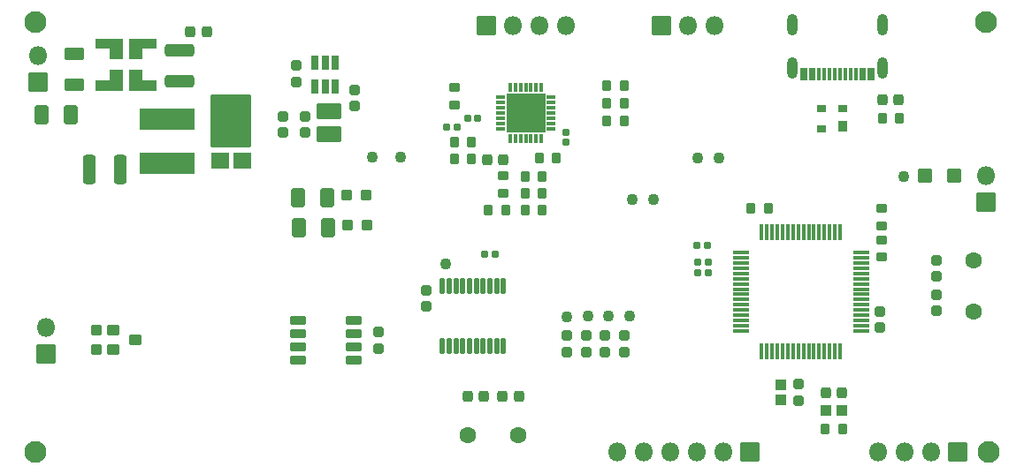
<source format=gts>
G04 #@! TF.GenerationSoftware,KiCad,Pcbnew,7.0.7*
G04 #@! TF.CreationDate,2023-12-18T21:05:11-05:00*
G04 #@! TF.ProjectId,motor_board_pcb,6d6f746f-725f-4626-9f61-72645f706362,rev?*
G04 #@! TF.SameCoordinates,Original*
G04 #@! TF.FileFunction,Soldermask,Top*
G04 #@! TF.FilePolarity,Negative*
%FSLAX46Y46*%
G04 Gerber Fmt 4.6, Leading zero omitted, Abs format (unit mm)*
G04 Created by KiCad (PCBNEW 7.0.7) date 2023-12-18 21:05:11*
%MOMM*%
%LPD*%
G01*
G04 APERTURE LIST*
G04 Aperture macros list*
%AMRoundRect*
0 Rectangle with rounded corners*
0 $1 Rounding radius*
0 $2 $3 $4 $5 $6 $7 $8 $9 X,Y pos of 4 corners*
0 Add a 4 corners polygon primitive as box body*
4,1,4,$2,$3,$4,$5,$6,$7,$8,$9,$2,$3,0*
0 Add four circle primitives for the rounded corners*
1,1,$1+$1,$2,$3*
1,1,$1+$1,$4,$5*
1,1,$1+$1,$6,$7*
1,1,$1+$1,$8,$9*
0 Add four rect primitives between the rounded corners*
20,1,$1+$1,$2,$3,$4,$5,0*
20,1,$1+$1,$4,$5,$6,$7,0*
20,1,$1+$1,$6,$7,$8,$9,0*
20,1,$1+$1,$8,$9,$2,$3,0*%
%AMFreePoly0*
4,1,37,1.915180,1.368803,1.915215,1.368788,1.962648,1.327266,1.968788,1.315215,1.968803,1.315180,1.977050,1.275000,1.977050,0.575000,1.968803,0.534820,1.968788,0.534785,1.927266,0.487352,1.915215,0.481212,1.915180,0.481197,1.875000,0.472950,0.677050,0.472950,0.677050,-0.425000,0.668803,-0.465180,0.668788,-0.465215,0.627266,-0.512648,0.615215,-0.518788,0.615180,-0.518803,
0.575000,-0.527050,-0.425000,-0.527050,-0.465180,-0.518803,-0.465215,-0.518788,-0.512648,-0.477266,-0.518788,-0.465215,-0.518803,-0.465180,-0.527050,-0.425000,-0.527050,1.275000,-0.518803,1.315180,-0.518788,1.315215,-0.477266,1.362648,-0.465215,1.368788,-0.465180,1.368803,-0.425000,1.377050,1.875000,1.377050,1.915180,1.368803,1.915180,1.368803,$1*%
%AMFreePoly1*
4,1,37,0.465180,1.368803,0.465215,1.368788,0.512648,1.327266,0.518788,1.315215,0.518803,1.315180,0.527050,1.275000,0.527050,-0.425000,0.518803,-0.465180,0.518788,-0.465215,0.477266,-0.512648,0.465215,-0.518788,0.465180,-0.518803,0.425000,-0.527050,-0.575000,-0.527050,-0.615180,-0.518803,-0.615215,-0.518788,-0.662648,-0.477266,-0.668788,-0.465215,-0.668803,-0.465180,-0.677050,-0.425000,
-0.677050,0.472950,-1.875000,0.472950,-1.915180,0.481197,-1.915215,0.481212,-1.962648,0.522734,-1.968788,0.534785,-1.968803,0.534820,-1.977050,0.575000,-1.977050,1.275000,-1.968803,1.315180,-1.968788,1.315215,-1.927266,1.362648,-1.915215,1.368788,-1.915180,1.368803,-1.875000,1.377050,0.425000,1.377050,0.465180,1.368803,0.465180,1.368803,$1*%
%AMFreePoly2*
4,1,37,0.465180,0.518803,0.465215,0.518788,0.512648,0.477266,0.518788,0.465215,0.518803,0.465180,0.527050,0.425000,0.527050,-1.275000,0.518803,-1.315180,0.518788,-1.315215,0.477266,-1.362648,0.465215,-1.368788,0.465180,-1.368803,0.425000,-1.377050,-1.875000,-1.377050,-1.915180,-1.368803,-1.915215,-1.368788,-1.962648,-1.327266,-1.968788,-1.315215,-1.968803,-1.315180,-1.977050,-1.275000,
-1.977050,-0.575000,-1.968803,-0.534820,-1.968788,-0.534785,-1.927266,-0.487352,-1.915215,-0.481212,-1.915180,-0.481197,-1.875000,-0.472950,-0.677050,-0.472950,-0.677050,0.425000,-0.668803,0.465180,-0.668788,0.465215,-0.627266,0.512648,-0.615215,0.518788,-0.615180,0.518803,-0.575000,0.527050,0.425000,0.527050,0.465180,0.518803,0.465180,0.518803,$1*%
%AMFreePoly3*
4,1,37,0.615180,0.518803,0.615215,0.518788,0.662648,0.477266,0.668788,0.465215,0.668803,0.465180,0.677050,0.425000,0.677050,-0.472950,1.875000,-0.472950,1.915180,-0.481197,1.915215,-0.481212,1.962648,-0.522734,1.968788,-0.534785,1.968803,-0.534820,1.977050,-0.575000,1.977050,-1.275000,1.968803,-1.315180,1.968788,-1.315215,1.927266,-1.362648,1.915215,-1.368788,1.915180,-1.368803,
1.875000,-1.377050,-0.425000,-1.377050,-0.465180,-1.368803,-0.465215,-1.368788,-0.512648,-1.327266,-0.518788,-1.315215,-0.518803,-1.315180,-0.527050,-1.275000,-0.527050,0.425000,-0.518803,0.465180,-0.518788,0.465215,-0.477266,0.512648,-0.465215,0.518788,-0.465180,0.518803,-0.425000,0.527050,0.575000,0.527050,0.615180,0.518803,0.615180,0.518803,$1*%
G04 Aperture macros list end*
%ADD10C,0.000100*%
%ADD11RoundRect,0.250000X0.200000X0.275000X-0.200000X0.275000X-0.200000X-0.275000X0.200000X-0.275000X0*%
%ADD12RoundRect,0.275000X-0.225000X-0.250000X0.225000X-0.250000X0.225000X0.250000X-0.225000X0.250000X0*%
%ADD13RoundRect,0.050000X0.850000X0.850000X-0.850000X0.850000X-0.850000X-0.850000X0.850000X-0.850000X0*%
%ADD14O,1.800000X1.800000*%
%ADD15RoundRect,0.250000X-0.200000X-0.275000X0.200000X-0.275000X0.200000X0.275000X-0.200000X0.275000X0*%
%ADD16RoundRect,0.268750X0.256250X-0.218750X0.256250X0.218750X-0.256250X0.218750X-0.256250X-0.218750X0*%
%ADD17C,1.100000*%
%ADD18RoundRect,0.287500X0.250000X0.237500X-0.250000X0.237500X-0.250000X-0.237500X0.250000X-0.237500X0*%
%ADD19C,1.600000*%
%ADD20RoundRect,0.050000X-0.482600X-0.469900X0.482600X-0.469900X0.482600X0.469900X-0.482600X0.469900X0*%
%ADD21RoundRect,0.150000X0.100000X-0.637500X0.100000X0.637500X-0.100000X0.637500X-0.100000X-0.637500X0*%
%ADD22RoundRect,0.275000X0.250000X-0.225000X0.250000X0.225000X-0.250000X0.225000X-0.250000X-0.225000X0*%
%ADD23C,2.100000*%
%ADD24RoundRect,0.185000X-0.135000X-0.185000X0.135000X-0.185000X0.135000X0.185000X-0.135000X0.185000X0*%
%ADD25RoundRect,0.287500X-0.237500X0.250000X-0.237500X-0.250000X0.237500X-0.250000X0.237500X0.250000X0*%
%ADD26RoundRect,0.275000X-0.250000X0.225000X-0.250000X-0.225000X0.250000X-0.225000X0.250000X0.225000X0*%
%ADD27RoundRect,0.058100X-0.396900X-0.126900X0.396900X-0.126900X0.396900X0.126900X-0.396900X0.126900X0*%
%ADD28RoundRect,0.077000X-0.108000X-0.378000X0.108000X-0.378000X0.108000X0.378000X-0.108000X0.378000X0*%
%ADD29RoundRect,0.050000X-1.850000X-1.850000X1.850000X-1.850000X1.850000X1.850000X-1.850000X1.850000X0*%
%ADD30RoundRect,0.190000X0.140000X0.170000X-0.140000X0.170000X-0.140000X-0.170000X0.140000X-0.170000X0*%
%ADD31RoundRect,0.102000X-0.450000X0.400000X-0.450000X-0.400000X0.450000X-0.400000X0.450000X0.400000X0*%
%ADD32RoundRect,0.050000X-0.850000X0.850000X-0.850000X-0.850000X0.850000X-0.850000X0.850000X0.850000X0*%
%ADD33RoundRect,0.102000X0.650000X-0.300000X0.650000X0.300000X-0.650000X0.300000X-0.650000X-0.300000X0*%
%ADD34RoundRect,0.050000X0.350000X0.500000X-0.350000X0.500000X-0.350000X-0.500000X0.350000X-0.500000X0*%
%ADD35RoundRect,0.050000X0.350000X0.300000X-0.350000X0.300000X-0.350000X-0.300000X0.350000X-0.300000X0*%
%ADD36RoundRect,0.300000X-0.375000X-0.625000X0.375000X-0.625000X0.375000X0.625000X-0.375000X0.625000X0*%
%ADD37RoundRect,0.250000X0.275000X-0.200000X0.275000X0.200000X-0.275000X0.200000X-0.275000X-0.200000X0*%
%ADD38RoundRect,0.300000X-0.325000X-1.100000X0.325000X-1.100000X0.325000X1.100000X-0.325000X1.100000X0*%
%ADD39RoundRect,0.050000X0.600000X0.600000X-0.600000X0.600000X-0.600000X-0.600000X0.600000X-0.600000X0*%
%ADD40RoundRect,0.190000X-0.170000X0.140000X-0.170000X-0.140000X0.170000X-0.140000X0.170000X0.140000X0*%
%ADD41FreePoly0,180.000000*%
%ADD42FreePoly1,180.000000*%
%ADD43FreePoly2,180.000000*%
%ADD44FreePoly3,180.000000*%
%ADD45RoundRect,0.185000X0.135000X0.185000X-0.135000X0.185000X-0.135000X-0.185000X0.135000X-0.185000X0*%
%ADD46RoundRect,0.275000X0.225000X0.250000X-0.225000X0.250000X-0.225000X-0.250000X0.225000X-0.250000X0*%
%ADD47RoundRect,0.102000X-2.550000X0.950000X-2.550000X-0.950000X2.550000X-0.950000X2.550000X0.950000X0*%
%ADD48RoundRect,0.050000X0.150000X0.570000X-0.150000X0.570000X-0.150000X-0.570000X0.150000X-0.570000X0*%
%ADD49O,1.000000X2.100000*%
%ADD50RoundRect,0.300000X-0.650000X0.325000X-0.650000X-0.325000X0.650000X-0.325000X0.650000X0.325000X0*%
%ADD51RoundRect,0.050000X-0.698500X0.139700X-0.698500X-0.139700X0.698500X-0.139700X0.698500X0.139700X0*%
%ADD52RoundRect,0.050000X0.139700X0.698500X-0.139700X0.698500X-0.139700X-0.698500X0.139700X-0.698500X0*%
%ADD53RoundRect,0.250000X-0.275000X0.200000X-0.275000X-0.200000X0.275000X-0.200000X0.275000X0.200000X0*%
%ADD54RoundRect,0.268750X-0.218750X-0.256250X0.218750X-0.256250X0.218750X0.256250X-0.218750X0.256250X0*%
%ADD55RoundRect,0.200000X-0.150000X0.512500X-0.150000X-0.512500X0.150000X-0.512500X0.150000X0.512500X0*%
%ADD56RoundRect,0.300000X-1.100000X0.325000X-1.100000X-0.325000X1.100000X-0.325000X1.100000X0.325000X0*%
%ADD57RoundRect,0.102000X-1.110000X0.620000X-1.110000X-0.620000X1.110000X-0.620000X1.110000X0.620000X0*%
%ADD58RoundRect,0.050000X-0.800000X0.720000X-0.800000X-0.720000X0.800000X-0.720000X0.800000X0.720000X0*%
%ADD59RoundRect,0.050000X-1.900000X2.480000X-1.900000X-2.480000X1.900000X-2.480000X1.900000X2.480000X0*%
%ADD60RoundRect,0.050000X-0.469900X0.482600X-0.469900X-0.482600X0.469900X-0.482600X0.469900X0.482600X0*%
%ADD61RoundRect,0.050000X0.850000X-0.850000X0.850000X0.850000X-0.850000X0.850000X-0.850000X-0.850000X0*%
G04 APERTURE END LIST*
D10*
X104427740Y-65376236D02*
X105727740Y-65376236D01*
X105727740Y-66276236D01*
X103227740Y-66276236D01*
X103227740Y-64376236D01*
X104427740Y-64376236D01*
X104427740Y-65376236D01*
G36*
X104427740Y-65376236D02*
G01*
X105727740Y-65376236D01*
X105727740Y-66276236D01*
X103227740Y-66276236D01*
X103227740Y-64376236D01*
X104427740Y-64376236D01*
X104427740Y-65376236D01*
G37*
X105727740Y-62276236D02*
X104427740Y-62276236D01*
X104427740Y-63276236D01*
X103227740Y-63276236D01*
X103227740Y-61376236D01*
X105727740Y-61376236D01*
X105727740Y-62276236D01*
G36*
X105727740Y-62276236D02*
G01*
X104427740Y-62276236D01*
X104427740Y-63276236D01*
X103227740Y-63276236D01*
X103227740Y-61376236D01*
X105727740Y-61376236D01*
X105727740Y-62276236D01*
G37*
X102527740Y-66276236D02*
X100027740Y-66276236D01*
X100027740Y-65376236D01*
X101327740Y-65376236D01*
X101327740Y-64376236D01*
X102527740Y-64376236D01*
X102527740Y-66276236D01*
G36*
X102527740Y-66276236D02*
G01*
X100027740Y-66276236D01*
X100027740Y-65376236D01*
X101327740Y-65376236D01*
X101327740Y-64376236D01*
X102527740Y-64376236D01*
X102527740Y-66276236D01*
G37*
X102527740Y-63276236D02*
X101327740Y-63276236D01*
X101327740Y-62276236D01*
X100027740Y-62276236D01*
X100027740Y-61376236D01*
X102527740Y-61376236D01*
X102527740Y-63276236D01*
G36*
X102527740Y-63276236D02*
G01*
X101327740Y-63276236D01*
X101327740Y-62276236D01*
X100027740Y-62276236D01*
X100027740Y-61376236D01*
X102527740Y-61376236D01*
X102527740Y-63276236D01*
G37*
D11*
X150625000Y-65900000D03*
X148975000Y-65900000D03*
D12*
X137525000Y-72953752D03*
X139075000Y-72953752D03*
D13*
X185290000Y-77075000D03*
D14*
X185290000Y-74535000D03*
D15*
X141125000Y-74600000D03*
X142775000Y-74600000D03*
D16*
X148800000Y-91456570D03*
X148800000Y-89881570D03*
D17*
X151150000Y-88000000D03*
D18*
X126002520Y-79272598D03*
X124177520Y-79272598D03*
D19*
X140500000Y-99400000D03*
X135620000Y-99400000D03*
D17*
X177430000Y-74560000D03*
D20*
X169957600Y-97079811D03*
X171456200Y-97079811D03*
D17*
X126500000Y-72750000D03*
D21*
X133225000Y-90862500D03*
X133875000Y-90862500D03*
X134525000Y-90862500D03*
X135175000Y-90862500D03*
X135825000Y-90862500D03*
X136475000Y-90862500D03*
X137125000Y-90862500D03*
X137775000Y-90862500D03*
X138425000Y-90862500D03*
X139075000Y-90862500D03*
X139075000Y-85137500D03*
X138425000Y-85137500D03*
X137775000Y-85137500D03*
X137125000Y-85137500D03*
X136475000Y-85137500D03*
X135825000Y-85137500D03*
X135175000Y-85137500D03*
X134525000Y-85137500D03*
X133875000Y-85137500D03*
X133225000Y-85137500D03*
D22*
X175100000Y-89075000D03*
X175100000Y-87525000D03*
D23*
X94250000Y-101000000D03*
D24*
X157640000Y-82800000D03*
X158660000Y-82800000D03*
D25*
X100100000Y-89347500D03*
X100100000Y-91172500D03*
D26*
X131638400Y-85487500D03*
X131638400Y-87037500D03*
D12*
X138993986Y-95700000D03*
X140543986Y-95700000D03*
D15*
X175320924Y-68980000D03*
X176970924Y-68980000D03*
D26*
X180535184Y-85951482D03*
X180535184Y-87501482D03*
D22*
X119215494Y-65505000D03*
X119215494Y-63955000D03*
D15*
X162781900Y-77679811D03*
X164431900Y-77679811D03*
D27*
X138750000Y-67000000D03*
X138750000Y-67500000D03*
X138750000Y-68000000D03*
X138750000Y-68500000D03*
X138750000Y-69000000D03*
X138750000Y-69500000D03*
X138750000Y-70000000D03*
D28*
X139700000Y-70950000D03*
X140200000Y-70950000D03*
X140700000Y-70950000D03*
X141200000Y-70950000D03*
X141700000Y-70950000D03*
X142200000Y-70950000D03*
X142700000Y-70950000D03*
D27*
X143650000Y-70000000D03*
X143650000Y-69500000D03*
X143650000Y-69000000D03*
X143650000Y-68500000D03*
X143650000Y-68000000D03*
X143650000Y-67500000D03*
X143650000Y-67000000D03*
D28*
X142700000Y-66050000D03*
X142200000Y-66050000D03*
X141700000Y-66050000D03*
X141200000Y-66050000D03*
X140700000Y-66050000D03*
X140200000Y-66050000D03*
X139700000Y-66050000D03*
D29*
X141200000Y-68500000D03*
D15*
X148975000Y-67600000D03*
X150625000Y-67600000D03*
D17*
X133550000Y-83000000D03*
D13*
X94500000Y-65525000D03*
D14*
X94500000Y-62985000D03*
D30*
X134600000Y-69900000D03*
X133640000Y-69900000D03*
D22*
X167300000Y-96075000D03*
X167300000Y-94525000D03*
D31*
X101730000Y-89320000D03*
X101730000Y-91220000D03*
X103830000Y-90270000D03*
D32*
X182550000Y-101000000D03*
D14*
X180010000Y-101000000D03*
X177470000Y-101000000D03*
X174930000Y-101000000D03*
D16*
X150600000Y-91425067D03*
X150600000Y-89850067D03*
D15*
X134353723Y-71288741D03*
X136003723Y-71288741D03*
D26*
X117984107Y-68807096D03*
X117984107Y-70357096D03*
D33*
X124700000Y-92205000D03*
X124700000Y-90935000D03*
X124700000Y-89665000D03*
X124700000Y-88395000D03*
X119400000Y-88395000D03*
X119400000Y-89665000D03*
X119400000Y-90935000D03*
X119400000Y-92205000D03*
D34*
X171550000Y-69800000D03*
D35*
X171550000Y-68100000D03*
X169550000Y-68100000D03*
X169550000Y-70000000D03*
D36*
X119500000Y-79550000D03*
X122300000Y-79550000D03*
D23*
X185500000Y-101000000D03*
D17*
X157660000Y-72800000D03*
D16*
X147000000Y-91456284D03*
X147000000Y-89881284D03*
D23*
X185250000Y-59750000D03*
D37*
X134400000Y-67725000D03*
X134400000Y-66075000D03*
D38*
X99441833Y-73930000D03*
X102391833Y-73930000D03*
D23*
X94250000Y-59750000D03*
D11*
X142775000Y-76210000D03*
X141125000Y-76210000D03*
D17*
X151400000Y-76800000D03*
D39*
X182190000Y-74500000D03*
X179390000Y-74500000D03*
D19*
X184100000Y-82650000D03*
X184100000Y-87530000D03*
D40*
X145028656Y-70370000D03*
X145028656Y-71330000D03*
D24*
X157590000Y-81200000D03*
X158610000Y-81200000D03*
D11*
X139275000Y-77850000D03*
X137625000Y-77850000D03*
D15*
X169881900Y-98829811D03*
X171531900Y-98829811D03*
D24*
X157640000Y-83870000D03*
X158660000Y-83870000D03*
D41*
X102002740Y-64901236D03*
D42*
X103752740Y-64901236D03*
D43*
X103752740Y-62751236D03*
D44*
X102002740Y-62751236D03*
D36*
X119402584Y-76659891D03*
X122202584Y-76659891D03*
D17*
X147150000Y-88000000D03*
D18*
X125909769Y-76382488D03*
X124084769Y-76382488D03*
D15*
X148975000Y-69300000D03*
X150625000Y-69300000D03*
D45*
X138250000Y-82050000D03*
X137230000Y-82050000D03*
D46*
X171481900Y-95329811D03*
X169931900Y-95329811D03*
D17*
X145150000Y-88050000D03*
D47*
X106866833Y-69111397D03*
X106866833Y-73311397D03*
D48*
X174390000Y-64770000D03*
X173590000Y-64770000D03*
X172290000Y-64770000D03*
X171290000Y-64770000D03*
X170790000Y-64770000D03*
X169790000Y-64770000D03*
X168490000Y-64770000D03*
X167690000Y-64770000D03*
X167990000Y-64770000D03*
X168790000Y-64770000D03*
X169290000Y-64770000D03*
X170290000Y-64770000D03*
X171790000Y-64770000D03*
X172790000Y-64770000D03*
X173290000Y-64770000D03*
X174090000Y-64770000D03*
D49*
X175365000Y-64180000D03*
X166715000Y-64180000D03*
X175365000Y-60000000D03*
X166715000Y-60000000D03*
D17*
X159670000Y-72790000D03*
D37*
X139050000Y-76175000D03*
X139050000Y-74525000D03*
D11*
X142775000Y-77850000D03*
X141125000Y-77850000D03*
D16*
X145175108Y-91434821D03*
X145175108Y-89859821D03*
D50*
X97957242Y-62848586D03*
X97957242Y-65798586D03*
D46*
X137200000Y-95700000D03*
X135650000Y-95700000D03*
D17*
X153400000Y-76800000D03*
D51*
X173300000Y-89400756D03*
X173300000Y-88900630D03*
X173300000Y-88400504D03*
X173300000Y-87900378D03*
X173300000Y-87400252D03*
X173300000Y-86900126D03*
X173300000Y-86400000D03*
X173300000Y-85899874D03*
X173300000Y-85399748D03*
X173300000Y-84899622D03*
X173300000Y-84399496D03*
X173300000Y-83899370D03*
X173300000Y-83399244D03*
X173300000Y-82899118D03*
X173300000Y-82398992D03*
X173300000Y-81898866D03*
D52*
X171297845Y-79896711D03*
X170797719Y-79896711D03*
X170297593Y-79896711D03*
X169797467Y-79896711D03*
X169297341Y-79896711D03*
X168797215Y-79896711D03*
X168297089Y-79896711D03*
X167796963Y-79896711D03*
X167296837Y-79896711D03*
X166796711Y-79896711D03*
X166296585Y-79896711D03*
X165796459Y-79896711D03*
X165296333Y-79896711D03*
X164796207Y-79896711D03*
X164296081Y-79896711D03*
X163795955Y-79896711D03*
D51*
X161793800Y-81898866D03*
X161793800Y-82398992D03*
X161793800Y-82899118D03*
X161793800Y-83399244D03*
X161793800Y-83899370D03*
X161793800Y-84399496D03*
X161793800Y-84899622D03*
X161793800Y-85399748D03*
X161793800Y-85899874D03*
X161793800Y-86400000D03*
X161793800Y-86900126D03*
X161793800Y-87400252D03*
X161793800Y-87900378D03*
X161793800Y-88400504D03*
X161793800Y-88900630D03*
X161793800Y-89400756D03*
D52*
X163795955Y-91402911D03*
X164296081Y-91402911D03*
X164796207Y-91402911D03*
X165296333Y-91402911D03*
X165796459Y-91402911D03*
X166296585Y-91402911D03*
X166796711Y-91402911D03*
X167296837Y-91402911D03*
X167796963Y-91402911D03*
X168297089Y-91402911D03*
X168797215Y-91402911D03*
X169297341Y-91402911D03*
X169797467Y-91402911D03*
X170297593Y-91402911D03*
X170797719Y-91402911D03*
X171297845Y-91402911D03*
D46*
X176920924Y-67230000D03*
X175370924Y-67230000D03*
D53*
X175300000Y-80675000D03*
X175300000Y-82325000D03*
D54*
X109079333Y-60730000D03*
X110654333Y-60730000D03*
D17*
X129250000Y-72750000D03*
D55*
X122931100Y-63719485D03*
X121981100Y-63719485D03*
X121031100Y-63719485D03*
X121031100Y-65994485D03*
X121981100Y-65994485D03*
X122931100Y-65994485D03*
D17*
X149150000Y-87950000D03*
D26*
X124806679Y-66302317D03*
X124806679Y-67852317D03*
D32*
X162650000Y-101000000D03*
D14*
X160110000Y-101000000D03*
X157570000Y-101000000D03*
X155030000Y-101000000D03*
X152490000Y-101000000D03*
X149950000Y-101000000D03*
D26*
X120039609Y-68816397D03*
X120039609Y-70366397D03*
D56*
X108066833Y-62486397D03*
X108066833Y-65436397D03*
D53*
X175300000Y-77675000D03*
X175300000Y-79325000D03*
D26*
X127100000Y-89540000D03*
X127100000Y-91090000D03*
D22*
X180561424Y-84155930D03*
X180561424Y-82605930D03*
D57*
X122366833Y-68361397D03*
X122366833Y-70541397D03*
D58*
X111935000Y-73080000D03*
X114065000Y-73080000D03*
D59*
X113000000Y-69280000D03*
D13*
X95272339Y-91588648D03*
D14*
X95272339Y-89048648D03*
D30*
X136580000Y-68980000D03*
X135620000Y-68980000D03*
D60*
X165600000Y-94550700D03*
X165600000Y-96049300D03*
D15*
X142475000Y-72860000D03*
X144125000Y-72860000D03*
D61*
X154225000Y-60100000D03*
D14*
X156765000Y-60100000D03*
X159305000Y-60100000D03*
D61*
X137400000Y-60100000D03*
D14*
X139940000Y-60100000D03*
X142480000Y-60100000D03*
X145020000Y-60100000D03*
D11*
X136025000Y-72950000D03*
X134375000Y-72950000D03*
D36*
X94816833Y-68680000D03*
X97616833Y-68680000D03*
M02*

</source>
